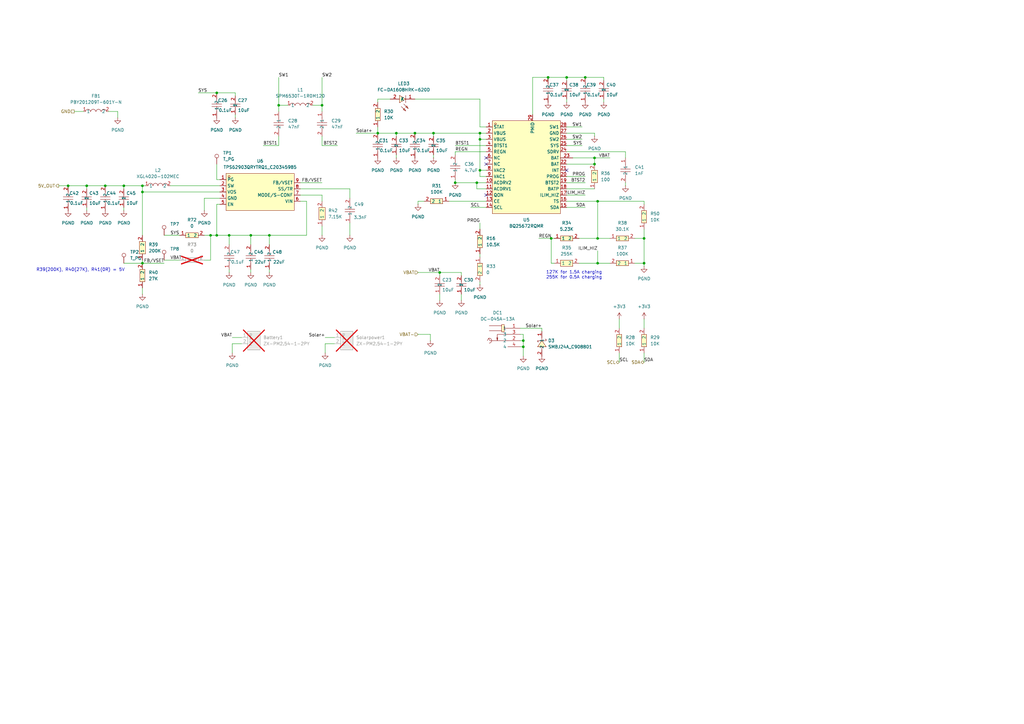
<source format=kicad_sch>
(kicad_sch (version 20250114) (generator "eeschema") (generator_version "9.0")
  (paper "A3")
  (title_block (title "Open Air Max") (date "2025-03-05") (rev "3.2") (company "Airgradient") (comment 1 "CC-BY-SA"))
  (text "R39(200K), R40(27K), R41(0R) = 5V" (at 33.02 110.744 0) (effects (font (size 1.27 1.27))))
  (text "127K for 1.5A charging\n255K for 0.5A charging" (at 235.458 112.776 0) (effects (font (size 1.27 1.27))))
  (junction (at 35.56 76.2))
  (junction (at 132.08 43.18))
  (junction (at 243.84 67.31))
  (junction (at 93.98 96.52))
  (junction (at 214.63 142.24))
  (junction (at 154.94 54.61))
  (junction (at 162.56 54.61))
  (junction (at 177.8 54.61))
  (junction (at 226.06 97.79))
  (junction (at 88.9 96.52))
  (junction (at 88.9 38.1))
  (junction (at 214.63 139.7))
  (junction (at 195.58 74.93))
  (junction (at 243.84 64.77))
  (junction (at 240.03 31.75))
  (junction (at 43.18 76.2))
  (junction (at 180.34 111.76))
  (junction (at 245.11 107.95))
  (junction (at 196.85 69.85))
  (junction (at 196.85 54.61))
  (junction (at 58.42 78.74))
  (junction (at 224.79 31.75))
  (junction (at 58.42 76.2))
  (junction (at 110.49 96.52))
  (junction (at 50.8 76.2))
  (junction (at 264.16 97.79))
  (junction (at 27.94 76.2))
  (junction (at 264.16 107.95))
  (junction (at 232.41 31.75))
  (junction (at 114.3 43.18))
  (junction (at 245.11 97.79))
  (junction (at 170.18 54.61))
  (junction (at 58.42 107.95))
  (junction (at 102.87 96.52))
  (junction (at 196.85 57.15))
  (junction (at 186.69 74.93))
  (junction (at 245.11 82.55))
  (junction (at 86.36 96.52))
  (no_connect (at 199.39 67.31))
  (no_connect (at 199.39 64.77))
  (no_connect (at 199.39 80.01))
  (no_connect (at 232.41 69.85))
  (wire (pts (xy 132.08 80.01) (xy 132.08 82.55)))
  (wire (pts (xy 50.8 107.95) (xy 58.42 107.95)))
  (wire (pts (xy 196.85 115.57) (xy 196.85 116.84)))
  (wire (pts (xy 237.49 107.95) (xy 245.11 107.95)))
  (wire (pts (xy 232.41 72.39) (xy 240.03 72.39)))
  (wire (pts (xy 232.41 31.75) (xy 240.03 31.75)))
  (wire (pts (xy 214.63 137.16) (xy 214.63 139.7)))
  (wire (pts (xy 199.39 77.47) (xy 195.58 77.47)))
  (wire (pts (xy 176.53 137.16) (xy 176.53 139.7)))
  (wire (pts (xy 58.42 106.68) (xy 58.42 107.95)))
  (wire (pts (xy 186.69 59.69) (xy 199.39 59.69)))
  (wire (pts (xy 58.42 76.2) (xy 50.8 76.2)))
  (wire (pts (xy 81.28 38.1) (xy 88.9 38.1)))
  (wire (pts (xy 186.69 73.66) (xy 186.69 74.93)))
  (wire (pts (xy 232.41 85.09) (xy 240.03 85.09)))
  (wire (pts (xy 50.8 85.09) (xy 50.8 86.36)))
  (wire (pts (xy 133.35 140.97) (xy 133.35 144.78)))
  (wire (pts (xy 58.42 78.74) (xy 90.17 78.74)))
  (wire (pts (xy 133.35 138.43) (xy 137.16 138.43)))
  (wire (pts (xy 24.13 76.2) (xy 27.94 76.2)))
  (wire (pts (xy 69.85 76.2) (xy 90.17 76.2)))
  (wire (pts (xy 27.94 76.2) (xy 27.94 77.47)))
  (wire (pts (xy 213.36 139.7) (xy 214.63 139.7)))
  (wire (pts (xy 43.18 76.2) (xy 50.8 76.2)))
  (wire (pts (xy 218.44 46.99) (xy 218.44 31.75)))
  (wire (pts (xy 143.51 91.44) (xy 143.51 96.52)))
  (wire (pts (xy 93.98 96.52) (xy 93.98 100.33)))
  (wire (pts (xy 196.85 91.44) (xy 196.85 93.98)))
  (wire (pts (xy 154.94 41.91) (xy 154.94 40.64)))
  (wire (pts (xy 137.16 140.97) (xy 133.35 140.97)))
  (wire (pts (xy 243.84 67.31) (xy 243.84 64.77)))
  (wire (pts (xy 132.08 43.18) (xy 132.08 31.75)))
  (wire (pts (xy 177.8 63.5) (xy 177.8 64.77)))
  (wire (pts (xy 213.36 134.62) (xy 222.25 134.62)))
  (wire (pts (xy 226.06 107.95) (xy 227.33 107.95)))
  (wire (pts (xy 195.58 74.93) (xy 195.58 77.47)))
  (wire (pts (xy 226.06 97.79) (xy 226.06 107.95)))
  (wire (pts (xy 186.69 62.23) (xy 199.39 62.23)))
  (wire (pts (xy 83.82 81.28) (xy 90.17 81.28)))
  (wire (pts (xy 227.33 97.79) (xy 226.06 97.79)))
  (wire (pts (xy 83.82 106.68) (xy 86.36 106.68)))
  (wire (pts (xy 195.58 74.93) (xy 199.39 74.93)))
  (wire (pts (xy 264.16 93.98) (xy 264.16 97.79)))
  (wire (pts (xy 264.16 83.82) (xy 264.16 82.55)))
  (wire (pts (xy 245.11 82.55) (xy 264.16 82.55)))
  (wire (pts (xy 107.95 59.69) (xy 114.3 59.69)))
  (wire (pts (xy 243.84 54.61) (xy 243.84 55.88)))
  (wire (pts (xy 132.08 43.18) (xy 132.08 45.72)))
  (wire (pts (xy 93.98 110.49) (xy 93.98 111.76)))
  (wire (pts (xy 232.41 67.31) (xy 243.84 67.31)))
  (wire (pts (xy 83.82 86.36) (xy 83.82 81.28)))
  (wire (pts (xy 102.87 110.49) (xy 102.87 111.76)))
  (wire (pts (xy 214.63 139.7) (xy 214.63 142.24)))
  (wire (pts (xy 132.08 92.71) (xy 132.08 96.52)))
  (wire (pts (xy 256.54 74.93) (xy 256.54 76.2)))
  (wire (pts (xy 180.34 111.76) (xy 180.34 113.03)))
  (wire (pts (xy 162.56 54.61) (xy 170.18 54.61)))
  (wire (pts (xy 86.36 106.68) (xy 86.36 96.52)))
  (wire (pts (xy 88.9 96.52) (xy 93.98 96.52)))
  (wire (pts (xy 196.85 54.61) (xy 196.85 57.15)))
  (wire (pts (xy 48.26 45.72) (xy 44.45 45.72)))
  (wire (pts (xy 256.54 62.23) (xy 232.41 62.23)))
  (wire (pts (xy 96.52 46.99) (xy 96.52 48.26)))
  (wire (pts (xy 99.06 140.97) (xy 95.25 140.97)))
  (wire (pts (xy 220.98 97.79) (xy 226.06 97.79)))
  (wire (pts (xy 88.9 83.82) (xy 88.9 96.52)))
  (wire (pts (xy 102.87 96.52) (xy 102.87 100.33)))
  (wire (pts (xy 177.8 54.61) (xy 177.8 55.88)))
  (wire (pts (xy 232.41 74.93) (xy 240.03 74.93)))
  (wire (pts (xy 171.45 82.55) (xy 173.99 82.55)))
  (wire (pts (xy 110.49 110.49) (xy 110.49 111.76)))
  (wire (pts (xy 123.19 80.01) (xy 132.08 80.01)))
  (wire (pts (xy 67.31 106.68) (xy 73.66 106.68)))
  (wire (pts (xy 59.69 76.2) (xy 58.42 76.2)))
  (wire (pts (xy 27.94 76.2) (xy 35.56 76.2)))
  (wire (pts (xy 58.42 118.11) (xy 58.42 120.65)))
  (wire (pts (xy 199.39 72.39) (xy 196.85 72.39)))
  (wire (pts (xy 214.63 142.24) (xy 214.63 146.05)))
  (wire (pts (xy 143.51 77.47) (xy 143.51 81.28)))
  (wire (pts (xy 232.41 82.55) (xy 245.11 82.55)))
  (wire (pts (xy 154.94 54.61) (xy 162.56 54.61)))
  (wire (pts (xy 256.54 64.77) (xy 256.54 62.23)))
  (wire (pts (xy 162.56 54.61) (xy 162.56 55.88)))
  (wire (pts (xy 171.45 137.16) (xy 176.53 137.16)))
  (wire (pts (xy 154.94 52.07) (xy 154.94 54.61)))
  (wire (pts (xy 232.41 31.75) (xy 232.41 33.02)))
  (wire (pts (xy 196.85 104.14) (xy 196.85 105.41)))
  (wire (pts (xy 123.19 77.47) (xy 143.51 77.47)))
  (wire (pts (xy 189.23 120.65) (xy 189.23 123.19)))
  (wire (pts (xy 114.3 43.18) (xy 118.11 43.18)))
  (wire (pts (xy 232.41 40.64) (xy 232.41 41.91)))
  (wire (pts (xy 96.52 39.37) (xy 96.52 38.1)))
  (wire (pts (xy 48.26 48.26) (xy 48.26 45.72)))
  (wire (pts (xy 186.69 74.93) (xy 195.58 74.93)))
  (wire (pts (xy 83.82 96.52) (xy 86.36 96.52)))
  (wire (pts (xy 123.19 82.55) (xy 125.73 82.55)))
  (wire (pts (xy 162.56 63.5) (xy 162.56 64.77)))
  (wire (pts (xy 232.41 57.15) (xy 238.76 57.15)))
  (wire (pts (xy 180.34 120.65) (xy 180.34 123.19)))
  (wire (pts (xy 222.25 134.62) (xy 222.25 135.89)))
  (wire (pts (xy 224.79 31.75) (xy 224.79 33.02)))
  (wire (pts (xy 114.3 43.18) (xy 114.3 45.72)))
  (wire (pts (xy 125.73 96.52) (xy 125.73 82.55)))
  (wire (pts (xy 88.9 67.31) (xy 88.9 73.66)))
  (wire (pts (xy 171.45 111.76) (xy 180.34 111.76)))
  (wire (pts (xy 35.56 76.2) (xy 35.56 77.47)))
  (wire (pts (xy 232.41 54.61) (xy 243.84 54.61)))
  (wire (pts (xy 245.11 82.55) (xy 245.11 97.79)))
  (wire (pts (xy 240.03 31.75) (xy 247.65 31.75)))
  (wire (pts (xy 186.69 63.5) (xy 186.69 62.23)))
  (wire (pts (xy 110.49 100.33) (xy 110.49 96.52)))
  (wire (pts (xy 184.15 82.55) (xy 199.39 82.55)))
  (wire (pts (xy 193.04 85.09) (xy 199.39 85.09)))
  (wire (pts (xy 260.35 107.95) (xy 264.16 107.95)))
  (wire (pts (xy 90.17 73.66) (xy 88.9 73.66)))
  (wire (pts (xy 264.16 144.78) (xy 264.16 148.59)))
  (wire (pts (xy 58.42 78.74) (xy 58.42 96.52)))
  (wire (pts (xy 232.41 80.01) (xy 240.03 80.01)))
  (wire (pts (xy 199.39 57.15) (xy 196.85 57.15)))
  (wire (pts (xy 146.05 54.61) (xy 154.94 54.61)))
  (wire (pts (xy 213.36 142.24) (xy 214.63 142.24)))
  (wire (pts (xy 86.36 96.52) (xy 88.9 96.52)))
  (wire (pts (xy 264.16 97.79) (xy 264.16 107.95)))
  (wire (pts (xy 243.84 64.77) (xy 250.19 64.77)))
  (wire (pts (xy 232.41 59.69) (xy 238.76 59.69)))
  (wire (pts (xy 213.36 137.16) (xy 214.63 137.16)))
  (wire (pts (xy 180.34 111.76) (xy 189.23 111.76)))
  (wire (pts (xy 196.85 57.15) (xy 196.85 69.85)))
  (wire (pts (xy 224.79 31.75) (xy 232.41 31.75)))
  (wire (pts (xy 110.49 96.52) (xy 102.87 96.52)))
  (wire (pts (xy 58.42 76.2) (xy 58.42 78.74)))
  (wire (pts (xy 35.56 85.09) (xy 35.56 86.36)))
  (wire (pts (xy 114.3 31.75) (xy 114.3 43.18)))
  (wire (pts (xy 170.18 40.64) (xy 196.85 40.64)))
  (wire (pts (xy 88.9 38.1) (xy 96.52 38.1)))
  (wire (pts (xy 95.25 138.43) (xy 99.06 138.43)))
  (wire (pts (xy 58.42 107.95) (xy 67.31 107.95)))
  (wire (pts (xy 67.31 96.52) (xy 73.66 96.52)))
  (wire (pts (xy 196.85 72.39) (xy 196.85 69.85)))
  (wire (pts (xy 234.95 64.77) (xy 243.84 64.77)))
  (wire (pts (xy 264.16 130.81) (xy 264.16 134.62)))
  (wire (pts (xy 88.9 83.82) (xy 90.17 83.82)))
  (wire (pts (xy 196.85 40.64) (xy 196.85 52.07)))
  (wire (pts (xy 95.25 140.97) (xy 95.25 144.78)))
  (wire (pts (xy 123.19 74.93) (xy 132.08 74.93)))
  (wire (pts (xy 218.44 31.75) (xy 224.79 31.75)))
  (wire (pts (xy 232.41 52.07) (xy 238.76 52.07)))
  (wire (pts (xy 93.98 96.52) (xy 102.87 96.52)))
  (wire (pts (xy 154.94 54.61) (xy 154.94 55.88)))
  (wire (pts (xy 247.65 40.64) (xy 247.65 41.91)))
  (wire (pts (xy 132.08 55.88) (xy 132.08 59.69)))
  (wire (pts (xy 114.3 55.88) (xy 114.3 59.69)))
  (wire (pts (xy 189.23 111.76) (xy 189.23 113.03)))
  (wire (pts (xy 154.94 40.64) (xy 160.02 40.64)))
  (wire (pts (xy 196.85 52.07) (xy 199.39 52.07)))
  (wire (pts (xy 264.16 107.95) (xy 264.16 109.22)))
  (wire (pts (xy 171.45 83.82) (xy 171.45 82.55)))
  (wire (pts (xy 254 130.81) (xy 254 134.62)))
  (wire (pts (xy 254 144.78) (xy 254 148.59)))
  (wire (pts (xy 35.56 76.2) (xy 43.18 76.2)))
  (wire (pts (xy 237.49 97.79) (xy 245.11 97.79)))
  (wire (pts (xy 199.39 69.85) (xy 196.85 69.85)))
  (wire (pts (xy 110.49 96.52) (xy 125.73 96.52)))
  (wire (pts (xy 232.41 77.47) (xy 243.84 77.47)))
  (wire (pts (xy 245.11 102.87) (xy 245.11 107.95)))
  (wire (pts (xy 245.11 107.95) (xy 250.19 107.95)))
  (wire (pts (xy 170.18 54.61) (xy 177.8 54.61)))
  (wire (pts (xy 199.39 54.61) (xy 196.85 54.61)))
  (wire (pts (xy 50.8 76.2) (xy 50.8 77.47)))
  (wire (pts (xy 177.8 54.61) (xy 196.85 54.61)))
  (wire (pts (xy 247.65 31.75) (xy 247.65 33.02)))
  (wire (pts (xy 138.43 59.69) (xy 132.08 59.69)))
  (wire (pts (xy 245.11 97.79) (xy 250.19 97.79)))
  (wire (pts (xy 30.48 45.72) (xy 34.29 45.72)))
  (wire (pts (xy 260.35 97.79) (xy 264.16 97.79)))
  (wire (pts (xy 128.27 43.18) (xy 132.08 43.18)))
  (label "BTST1" (at 107.95 59.69 0))
  (label "Solar+" (at 222.25 134.62 180))
  (label "SW1" (at 114.3 31.75 0))
  (label "ILIM_HIZ" (at 240.03 80.01 180))
  (label "BTST1" (at 186.69 59.69 0))
  (label "SDA" (at 240.03 85.09 180))
  (label "SW2" (at 132.08 31.75 0))
  (label "SYS" (at 81.28 38.1 0))
  (label "Solar+" (at 146.05 54.61 0))
  (label "VBAT" (at 250.19 64.77 180))
  (label "VBAT" (at 69.85 106.68 0))
  (label "BTST2" (at 240.03 74.93 180))
  (label "PROG" (at 240.03 72.39 180))
  (label "VBAT" (at 95.25 138.43 180))
  (label "SCL" (at 254 148.59 0))
  (label "SCL" (at 193.04 85.09 0))
  (label "ILIM_HIZ" (at 245.11 102.87 180))
  (label "VBAT" (at 180.34 111.76 180))
  (label "SDA" (at 264.16 148.59 0))
  (label "FB{slash}VSET" (at 132.08 74.93 180))
  (label "SW1" (at 238.76 52.07 180))
  (label "BTST2" (at 138.43 59.69 180))
  (label "REGN" (at 220.98 97.79 0))
  (label "PROG" (at 196.85 91.44 180))
  (label "FB{slash}VSET" (at 67.31 107.95 180))
  (label "Solar+" (at 133.35 138.43 180))
  (label "SYS" (at 238.76 59.69 180))
  (label "SW2" (at 238.76 57.15 180))
  (label "SYS" (at 69.85 96.52 0))
  (label "REGN" (at 186.69 62.23 0))
  (hierarchical_label "GND" (shape passive) (at 30.48 45.72 180))
  (hierarchical_label "5V_OUT" (shape output) (at 24.13 76.2 180))
  (hierarchical_label "VBAT" (shape input) (at 171.45 111.76 180))
  (hierarchical_label "VBAT-" (shape input) (at 171.45 137.16 180))
  (hierarchical_label "SCL" (shape bidirectional) (at 254 148.59 180))
  (hierarchical_label "SDA" (shape bidirectional) (at 264.16 148.59 180))
  (symbol (lib_id "easyeda2kicad:RC0603FR-0727KL") (at 58.42 113.03 90) (unit 1)
    (property "Reference" "R40" (at 60.96 111.7599 90) (effects (justify right)))
    (property "Value" "27K" (at 60.96 114.2999 90) (effects (justify right)))
    (property "Footprint" "easyeda2kicad:R0603" (effects (hide yes)))
    (property "Datasheet" "https://lcsc.com/product-detail/Chip-Resistor-Surface-Mount_27KR-2702-1_C114614.html" (effects (hide yes)))
    (property "LCSC Part" "C114614" (effects (hide yes)))
  )
  (symbol (lib_id "easyeda2kicad:CC1206KKX7R7BB106") (at 96.52 43.18 90) (unit 1)
    (property "Reference" "C27" (at 97.536 41.148 90) (effects (justify right)))
    (property "Value" "10uF" (at 97.536 45.212 90) (effects (justify right)))
    (property "Footprint" "easyeda2kicad:C1206" (effects (hide yes)))
    (property "Datasheet" "https://lcsc.com/product-detail/Multilayer-Ceramic-Capacitors-MLCC-SMD-SMT_10uF-106-10-16V_C109464.html" (effects (hide yes)))
    (property "LCSC Part" "C109464" (effects (hide yes)))
  )
  (symbol (lib_id "power:GND") (at 27.94 86.36 0) (unit 1)
    (property "Reference" "#PWR091" (effects (hide yes)))
    (property "Value" "PGND" (at 27.94 91.44 0))
    (property "Description" "Power symbol creates a global label with name \"GND\" , ground" (effects (hide yes)))
  )
  (symbol (lib_id "Connector:TestPoint") (at 67.31 106.68 0) (unit 1)
    (property "Reference" "TP8" (at 69.85 102.1079 0) (effects (justify left)))
    (property "Value" "T_PG" (effects (hide yes)))
    (property "Footprint" "TestPoint:TestPoint_Pad_D1.5mm" (effects (hide yes)))
    (property "Description" "test point" (effects (hide yes)))
  )
  (symbol (lib_id "easyeda2kicad:TPS62903QRYTRQ1_C20345985") (at 107.95 80.01 0) (unit 1)
    (property "Reference" "U6" (at 106.68 66.04 0))
    (property "Value" "TPS62903QRYTRQ1_C20345985" (at 106.68 68.58 0))
    (property "Footprint" "easyeda2kicad:VQFNHR-9_L2.2-W2.0_TPS62993QRYTRQ1" (effects (hide yes)))
    (property "LCSC Part" "C20345985" (effects (hide yes)))
  )
  (symbol (lib_id "power:GND") (at 176.53 139.7 0) (unit 1)
    (property "Reference" "#PWR066" (effects (hide yes)))
    (property "Value" "PGND" (at 176.53 144.78 0))
    (property "Description" "Power symbol creates a global label with name \"GND\" , ground" (effects (hide yes)))
  )
  (symbol (lib_id "power:GND") (at 240.03 41.91 0) (unit 1)
    (property "Reference" "#PWR084" (effects (hide yes)))
    (property "Value" "PGND" (at 240.03 46.99 0))
    (property "Description" "Power symbol creates a global label with name \"GND\" , ground" (effects (hide yes)))
  )
  (symbol (lib_id "easyeda2kicad:CL05B104KO5NNNC") (at 27.94 81.28 90) (unit 1)
    (property "Reference" "C42" (at 28.448 79.248 90) (effects (justify right)))
    (property "Value" "0.1uF" (at 28.702 83.312 90) (effects (justify right)))
    (property "Footprint" "easyeda2kicad:C0402" (effects (hide yes)))
    (property "Datasheet" "https://lcsc.com/product-detail/Multilayer-Ceramic-Capacitors-MLCC-SMD-SMT_SAMSUNG_CL05B104KO5NNNC_100nF-104-10-16V_C1525.html" (effects (hide yes)))
    (property "LCSC Part" "C1525" (effects (hide yes)))
  )
  (symbol (lib_id "easyeda2kicad:RC0402FR-0710KL") (at 264.16 139.7 90) (unit 1)
    (property "Reference" "R29" (at 266.7 138.4299 90) (effects (justify right)))
    (property "Value" "10K" (at 266.7 140.9699 90) (effects (justify right)))
    (property "Footprint" "easyeda2kicad:R0402" (effects (hide yes)))
    (property "Datasheet" "https://lcsc.com/product-detail/Chip-Resistor-Surface-Mount_10KR-1002-1_C60490.html" (effects (hide yes)))
    (property "LCSC Part" "C60490" (effects (hide yes)))
  )
  (symbol (lib_id "power:GND") (at 232.41 41.91 0) (unit 1)
    (property "Reference" "#PWR083" (effects (hide yes)))
    (property "Value" "PGND" (at 232.41 46.99 0))
    (property "Description" "Power symbol creates a global label with name \"GND\" , ground" (effects (hide yes)))
  )
  (symbol (lib_id "easyeda2kicad:XGL4020-102MEC") (at 64.77 76.2 0) (unit 1)
    (property "Reference" "L2" (at 64.77 69.85 0))
    (property "Value" "XGL4020-102MEC" (at 64.77 72.39 0))
    (property "Footprint" "easyeda2kicad:IND-SMD_L4.0-W4.0_XAL4030-332MEC" (effects (hide yes)))
    (property "LCSC Part" "C5357696" (effects (hide yes)))
  )
  (symbol (lib_id "easyeda2kicad:RC0402FR-7W100RL") (at 243.84 72.39 90) (unit 1)
    (property "Reference" "R36" (at 246.38 71.1199 90) (effects (justify right)))
    (property "Value" "100" (at 246.38 73.6599 90) (effects (justify right)))
    (property "Footprint" "easyeda2kicad:R0402" (effects (hide yes)))
    (property "Datasheet" "https://lcsc.com/product-detail/Chip-Resistor-Surface-Mount_YAGEO-RC0402FR-7W100RL_C606168.html" (effects (hide yes)))
    (property "LCSC Part" "C606168" (effects (hide yes)))
  )
  (symbol (lib_id "easyeda2kicad:RT0603BRD077K15L") (at 132.08 87.63 90) (unit 1)
    (property "Reference" "R42" (at 134.62 86.3599 90) (effects (justify right)))
    (property "Value" "7.15K" (at 134.62 88.8999 90) (effects (justify right)))
    (property "Footprint" "easyeda2kicad:R0603" (effects (hide yes)))
    (property "LCSC Part" "C861562" (effects (hide yes)))
  )
  (symbol (lib_id "easyeda2kicad:RC0603FR-07255KL_C295887") (at 232.41 107.95 0) (unit 1)
    (property "Reference" "R35" (at 232.41 101.6 0))
    (property "Value" "255K" (at 232.41 104.14 0))
    (property "Footprint" "easyeda2kicad:R0603" (effects (hide yes)))
    (property "Datasheet" "https://lcsc.com/product-detail/Chip-Resistor-Surface-Mount_YAGEO-RC0603FR-07255KL_C295887.html" (effects (hide yes)))
    (property "LCSC Part" "C295887" (effects (hide yes)))
  )
  (symbol (lib_id "easyeda2kicad:CL05B104KO5NNNC") (at 93.98 105.41 90) (unit 1)
    (property "Reference" "C47" (at 94.488 103.378 90) (effects (justify right)))
    (property "Value" "0.1uF" (at 94.742 107.442 90) (effects (justify right)))
    (property "Footprint" "easyeda2kicad:C0402" (effects (hide yes)))
    (property "Datasheet" "https://lcsc.com/product-detail/Multilayer-Ceramic-Capacitors-MLCC-SMD-SMT_SAMSUNG_CL05B104KO5NNNC_100nF-104-10-16V_C1525.html" (effects (hide yes)))
    (property "LCSC Part" "C1525" (effects (hide yes)))
  )
  (symbol (lib_id "easyeda2kicad:GRM21BZ71A226ME15L") (at 102.87 105.41 90) (unit 1)
    (property "Reference" "C46" (at 104.14 103.378 90) (effects (justify right)))
    (property "Value" "22uF" (at 104.394 107.442 90) (effects (justify right)))
    (property "Footprint" "easyeda2kicad:C0805" (effects (hide yes)))
    (property "LCSC Part" "C907991" (effects (hide yes)))
  )
  (symbol (lib_id "easyeda2kicad:SPM6530T-1R0M120") (at 123.19 43.18 0) (unit 1)
    (property "Reference" "L1" (at 123.19 36.83 0))
    (property "Value" "SPM6530T-1R0M120" (at 123.19 39.37 0))
    (property "Footprint" "easyeda2kicad:IND-SMD_L7.1-W6.5-P5.60" (effects (hide yes)))
    (property "Datasheet" "https://lcsc.com/product-detail/Power-Inductors_TDK_SPM6530T-1R0M120_1-0uH-20_C87572.html" (effects (hide yes)))
    (property "LCSC Part" "C87572" (effects (hide yes)))
  )
  (symbol (lib_id "easyeda2kicad:CC1206KKX7R7BB106") (at 35.56 81.28 90) (unit 1)
    (property "Reference" "C43" (at 36.576 79.248 90) (effects (justify right)))
    (property "Value" "10uF" (at 36.576 83.312 90) (effects (justify right)))
    (property "Footprint" "easyeda2kicad:C1206" (effects (hide yes)))
    (property "Datasheet" "https://lcsc.com/product-detail/Multilayer-Ceramic-Capacitors-MLCC-SMD-SMT_10uF-106-10-16V_C109464.html" (effects (hide yes)))
    (property "LCSC Part" "C109464" (effects (hide yes)))
  )
  (symbol (lib_id "Connector:TestPoint") (at 50.8 107.95 0) (unit 1)
    (property "Reference" "TP2" (at 53.34 103.3779 0) (effects (justify left)))
    (property "Value" "T_PG" (at 53.34 105.9179 0) (effects (justify left)))
    (property "Footprint" "TestPoint:TestPoint_Pad_D1.5mm" (effects (hide yes)))
    (property "Description" "test point" (effects (hide yes)))
  )
  (symbol (lib_id "easyeda2kicad:RC0402FR-7W200KL") (at 58.42 101.6 90) (unit 1)
    (property "Reference" "R39" (at 60.96 100.3299 90) (effects (justify right)))
    (property "Value" "200K" (at 60.96 102.8699 90) (effects (justify right)))
    (property "Footprint" "easyeda2kicad:R0402" (effects (hide yes)))
    (property "Datasheet" "https://lcsc.com/product-detail/Chip-Resistor-Surface-Mount_YAGEO-RC0402FR-7W200KL_C606170.html" (effects (hide yes)))
    (property "LCSC Part" "C606170" (effects (hide yes)))
  )
  (symbol (lib_id "easyeda2kicad:GRM21BZ71A226ME15L") (at 110.49 105.41 90) (unit 1)
    (property "Reference" "C48" (at 111.76 103.378 90) (effects (justify right)))
    (property "Value" "22uF" (at 112.014 107.442 90) (effects (justify right)))
    (property "Footprint" "easyeda2kicad:C0805" (effects (hide yes)))
    (property "LCSC Part" "C907991" (effects (hide yes)))
  )
  (symbol (lib_id "easyeda2kicad:CC1206KKX7R7BB106") (at 50.8 81.28 90) (unit 1)
    (property "Reference" "C45" (at 51.816 79.248 90) (effects (justify right)))
    (property "Value" "10uF" (at 51.816 83.312 90) (effects (justify right)))
    (property "Footprint" "easyeda2kicad:C1206" (effects (hide yes)))
    (property "Datasheet" "https://lcsc.com/product-detail/Multilayer-Ceramic-Capacitors-MLCC-SMD-SMT_10uF-106-10-16V_C109464.html" (effects (hide yes)))
    (property "LCSC Part" "C109464" (effects (hide yes)))
  )
  (symbol (lib_id "easyeda2kicad:CL05B104KO5NNNC") (at 43.18 81.28 90) (unit 1)
    (property "Reference" "C44" (at 43.688 79.248 90) (effects (justify right)))
    (property "Value" "0.1uF" (at 43.942 83.312 90) (effects (justify right)))
    (property "Footprint" "easyeda2kicad:C0402" (effects (hide yes)))
    (property "Datasheet" "https://lcsc.com/product-detail/Multilayer-Ceramic-Capacitors-MLCC-SMD-SMT_SAMSUNG_CL05B104KO5NNNC_100nF-104-10-16V_C1525.html" (effects (hide yes)))
    (property "LCSC Part" "C1525" (effects (hide yes)))
  )
  (symbol (lib_id "easyeda2kicad:BQ25672RQMR") (at 215.9 68.58 0) (unit 1)
    (property "Reference" "U5" (at 215.9 90.17 0))
    (property "Value" "BQ25672RQMR" (at 215.9 92.71 0))
    (property "Footprint" "easyeda2kicad:VQFN-29_L4.0-W4.0-P0.40-BL" (effects (hide yes)))
    (property "LCSC Part" "C3682029" (effects (hide yes)))
  )
  (symbol (lib_id "power:GND") (at 243.84 55.88 0) (unit 1)
    (property "Reference" "#PWR085" (effects (hide yes)))
    (property "Value" "PGND" (at 243.84 60.96 0))
    (property "Description" "Power symbol creates a global label with name \"GND\" , ground" (effects (hide yes)))
  )
  (symbol (lib_id "easyeda2kicad:RC0402FR-07100KL") (at 255.27 107.95 180) (unit 1)
    (property "Reference" "R37" (at 255.27 101.6 0))
    (property "Value" "100K" (at 255.27 104.14 0))
    (property "Footprint" "easyeda2kicad:R0402" (effects (hide yes)))
    (property "Datasheet" "https://lcsc.com/product-detail/Chip-Resistor-Surface-Mount_100KR-1003-1_C60491.html" (effects (hide yes)))
    (property "LCSC Part" "C60491" (effects (hide yes)))
  )
  (symbol (lib_id "power:GND") (at 96.52 48.26 0) (unit 1)
    (property "Reference" "#PWR069" (effects (hide yes)))
    (property "Value" "PGND" (at 96.52 53.34 0))
    (property "Description" "Power symbol creates a global label with name \"GND\" , ground" (effects (hide yes)))
  )
  (symbol (lib_id "power:GND") (at 162.56 64.77 0) (unit 1)
    (property "Reference" "#PWR076" (effects (hide yes)))
    (property "Value" "PGND" (at 162.56 69.85 0))
    (property "Description" "Power symbol creates a global label with name \"GND\" , ground" (effects (hide yes)))
  )
  (symbol (lib_id "power:GND") (at 132.08 96.52 0) (unit 1)
    (property "Reference" "#PWR0100" (effects (hide yes)))
    (property "Value" "PGND" (at 132.08 101.6 0))
    (property "Description" "Power symbol creates a global label with name \"GND\" , ground" (effects (hide yes)))
  )
  (symbol (lib_id "power:+3V3") (at 264.16 130.81 0) (unit 1)
    (property "Reference" "#PWR072" (effects (hide yes)))
    (property "Value" "+3V3" (at 264.16 125.73 0))
    (property "Description" "Power symbol creates a global label with name \"+3V3\"" (effects (hide yes)))
  )
  (symbol (lib_id "easyeda2kicad:CL05B104KO5NNNC") (at 224.79 36.83 90) (unit 1)
    (property "Reference" "C37" (at 225.298 34.798 90) (effects (justify right)))
    (property "Value" "0.1uF" (at 225.552 38.862 90) (effects (justify right)))
    (property "Footprint" "easyeda2kicad:C0402" (effects (hide yes)))
    (property "Datasheet" "https://lcsc.com/product-detail/Multilayer-Ceramic-Capacitors-MLCC-SMD-SMT_SAMSUNG_CL05B104KO5NNNC_100nF-104-10-16V_C1525.html" (effects (hide yes)))
    (property "LCSC Part" "C1525" (effects (hide yes)))
  )
  (symbol (lib_id "power:GND") (at 224.79 41.91 0) (unit 1)
    (property "Reference" "#PWR082" (effects (hide yes)))
    (property "Value" "PGND" (at 224.79 46.99 0))
    (property "Description" "Power symbol creates a global label with name \"GND\" , ground" (effects (hide yes)))
  )
  (symbol (lib_id "power:GND") (at 48.26 48.26 0) (unit 1)
    (property "Reference" "#PWR090" (effects (hide yes)))
    (property "Value" "PGND" (at 48.26 53.34 0))
    (property "Description" "Power symbol creates a global label with name \"GND\" , ground" (effects (hide yes)))
  )
  (symbol (lib_id "easyeda2kicad:RC0603FR-0730K1L") (at 255.27 97.79 0) (unit 1)
    (property "Reference" "R38" (at 255.27 91.44 0))
    (property "Value" "30.1K" (at 255.27 93.98 0))
    (property "Footprint" "easyeda2kicad:R0603" (effects (hide yes)))
    (property "Datasheet" "https://lcsc.com/product-detail/_RC0603FR-0730K1L_C137745.html" (effects (hide yes)))
    (property "LCSC Part" "C137745" (effects (hide yes)))
  )
  (symbol (lib_id "easyeda2kicad:RC0603FR-070RL") (at 78.74 96.52 0) (unit 1)
    (property "Reference" "R72" (at 78.74 90.17 0))
    (property "Value" "0" (at 78.74 92.71 0))
    (property "Footprint" "easyeda2kicad:R0603" (effects (hide yes)))
    (property "Datasheet" "https://lcsc.com/product-detail/Chip-Resistor-Surface-Mount_0R-0R-1_C100044.html" (effects (hide yes)))
    (property "LCSC Part" "C100044" (effects (hide yes)))
  )
  (symbol (lib_id "power:GND") (at 264.16 109.22 0) (unit 1)
    (property "Reference" "#PWR088" (effects (hide yes)))
    (property "Value" "PGND" (at 264.16 114.3 0))
    (property "Description" "Power symbol creates a global label with name \"GND\" , ground" (effects (hide yes)))
  )
  (symbol (lib_id "easyeda2kicad:CC1206KKX7R7BB106") (at 247.65 36.83 90) (unit 1)
    (property "Reference" "C40" (at 248.666 34.798 90) (effects (justify right)))
    (property "Value" "10uF" (at 248.666 38.862 90) (effects (justify right)))
    (property "Footprint" "easyeda2kicad:C1206" (effects (hide yes)))
    (property "Datasheet" "https://lcsc.com/product-detail/Multilayer-Ceramic-Capacitors-MLCC-SMD-SMT_10uF-106-10-16V_C109464.html" (effects (hide yes)))
    (property "LCSC Part" "C109464" (effects (hide yes)))
  )
  (symbol (lib_id "easyeda2kicad:RC0402FR-0710KL") (at 254 139.7 90) (unit 1)
    (property "Reference" "R28" (at 256.54 138.4299 90) (effects (justify right)))
    (property "Value" "10K" (at 256.54 140.9699 90) (effects (justify right)))
    (property "Footprint" "easyeda2kicad:R0402" (effects (hide yes)))
    (property "Datasheet" "https://lcsc.com/product-detail/Chip-Resistor-Surface-Mount_10KR-1002-1_C60490.html" (effects (hide yes)))
    (property "LCSC Part" "C60490" (effects (hide yes)))
  )
  (symbol (lib_id "easyeda2kicad:CL05B104KO5NNNC") (at 240.03 36.83 90) (unit 1)
    (property "Reference" "C39" (at 240.538 34.798 90) (effects (justify right)))
    (property "Value" "0.1uF" (at 240.792 38.862 90) (effects (justify right)))
    (property "Footprint" "easyeda2kicad:C0402" (effects (hide yes)))
    (property "Datasheet" "https://lcsc.com/product-detail/Multilayer-Ceramic-Capacitors-MLCC-SMD-SMT_SAMSUNG_CL05B104KO5NNNC_100nF-104-10-16V_C1525.html" (effects (hide yes)))
    (property "LCSC Part" "C1525" (effects (hide yes)))
  )
  (symbol (lib_id "power:GND") (at 154.94 64.77 0) (unit 1)
    (property "Reference" "#PWR074" (effects (hide yes)))
    (property "Value" "PGND" (at 154.94 69.85 0))
    (property "Description" "Power symbol creates a global label with name \"GND\" , ground" (effects (hide yes)))
  )
  (symbol (lib_id "power:GND") (at 214.63 146.05 0) (unit 1)
    (property "Reference" "#PWR070" (effects (hide yes)))
    (property "Value" "PGND" (at 214.63 151.13 0))
    (property "Description" "Power symbol creates a global label with name \"GND\" , ground" (effects (hide yes)))
  )
  (symbol (lib_id "easyeda2kicad:RC0402FR-0710KL") (at 154.94 46.99 90) (unit 1)
    (property "Reference" "R30" (at 157.48 45.7199 90) (effects (justify right)))
    (property "Value" "10K" (at 157.48 48.2599 90) (effects (justify right)))
    (property "Footprint" "easyeda2kicad:R0402" (effects (hide yes)))
    (property "Datasheet" "https://lcsc.com/product-detail/Chip-Resistor-Surface-Mount_10KR-1002-1_C60490.html" (effects (hide yes)))
    (property "LCSC Part" "C60490" (effects (hide yes)))
  )
  (symbol (lib_id "power:GND") (at 43.18 86.36 0) (unit 1)
    (property "Reference" "#PWR093" (effects (hide yes)))
    (property "Value" "PGND" (at 43.18 91.44 0))
    (property "Description" "Power symbol creates a global label with name \"GND\" , ground" (effects (hide yes)))
  )
  (symbol (lib_id "power:GND") (at 177.8 64.77 0) (unit 1)
    (property "Reference" "#PWR079" (effects (hide yes)))
    (property "Value" "PGND" (at 177.8 69.85 0))
    (property "Description" "Power symbol creates a global label with name \"GND\" , ground" (effects (hide yes)))
  )
  (symbol (lib_id "easyeda2kicad:CC0402KRX7R7BB102") (at 256.54 69.85 270) (unit 1)
    (property "Reference" "C41" (at 260.35 68.5799 90) (effects (justify left)))
    (property "Value" "1nF" (at 260.35 71.1199 90) (effects (justify left)))
    (property "Footprint" "easyeda2kicad:C0402" (effects (hide yes)))
    (property "Datasheet" "https://lcsc.com/product-detail/Multilayer-Ceramic-Capacitors-MLCC-SMD-SMT_1nF-102-10-16V_C189467.html" (effects (hide yes)))
    (property "LCSC Part" "C189467" (effects (hide yes)))
  )
  (symbol (lib_id "easyeda2kicad:CC1206KKX7R7BB106") (at 189.23 116.84 90) (unit 1)
    (property "Reference" "C30" (at 190.246 114.808 90) (effects (justify right)))
    (property "Value" "10uF" (at 190.246 118.872 90) (effects (justify right)))
    (property "Footprint" "easyeda2kicad:C1206" (effects (hide yes)))
    (property "Datasheet" "https://lcsc.com/product-detail/Multilayer-Ceramic-Capacitors-MLCC-SMD-SMT_10uF-106-10-16V_C109464.html" (effects (hide yes)))
    (property "LCSC Part" "C109464" (effects (hide yes)))
  )
  (symbol (lib_id "power:GND") (at 186.69 74.93 0) (unit 1)
    (property "Reference" "#PWR080" (effects (hide yes)))
    (property "Value" "PGND" (at 186.69 80.01 0))
    (property "Description" "Power symbol creates a global label with name \"GND\" , ground" (effects (hide yes)))
  )
  (symbol (lib_id "power:GND") (at 189.23 123.19 0) (unit 1)
    (property "Reference" "#PWR056" (effects (hide yes)))
    (property "Value" "PGND" (at 189.23 128.27 0))
    (property "Description" "Power symbol creates a global label with name \"GND\" , ground" (effects (hide yes)))
  )
  (symbol (lib_id "power:GND") (at 222.25 146.05 0) (unit 1)
    (property "Reference" "#PWR07" (effects (hide yes)))
    (property "Value" "PGND" (at 222.25 151.13 0))
    (property "Description" "Power symbol creates a global label with name \"GND\" , ground" (effects (hide yes)))
  )
  (symbol (lib_id "easyeda2kicad:RC0402FR-07100KL") (at 179.07 82.55 180) (unit 1)
    (property "Reference" "R31" (at 179.07 76.2 0))
    (property "Value" "100K" (at 179.07 78.74 0))
    (property "Footprint" "easyeda2kicad:R0402" (effects (hide yes)))
    (property "Datasheet" "https://lcsc.com/product-detail/Chip-Resistor-Surface-Mount_100KR-1003-1_C60491.html" (effects (hide yes)))
    (property "LCSC Part" "C60491" (effects (hide yes)))
  )
  (symbol (lib_id "power:GND") (at 170.18 64.77 0) (unit 1)
    (property "Reference" "#PWR077" (effects (hide yes)))
    (property "Value" "PGND" (at 170.18 69.85 0))
    (property "Description" "Power symbol creates a global label with name \"GND\" , ground" (effects (hide yes)))
  )
  (symbol (lib_id "Connector:TestPoint") (at 67.31 96.52 0) (unit 1)
    (property "Reference" "TP7" (at 69.85 91.9479 0) (effects (justify left)))
    (property "Value" "T_PG" (effects (hide yes)))
    (property "Footprint" "TestPoint:TestPoint_Pad_D1.5mm" (effects (hide yes)))
    (property "Description" "test point" (effects (hide yes)))
  )
  (symbol (lib_id "Connector:TestPoint") (at 88.9 67.31 0) (unit 1)
    (property "Reference" "TP1" (at 91.44 62.7379 0) (effects (justify left)))
    (property "Value" "T_PG" (at 91.44 65.2779 0) (effects (justify left)))
    (property "Footprint" "TestPoint:TestPoint_Pad_D1.5mm" (effects (hide yes)))
    (property "Description" "test point" (effects (hide yes)))
  )
  (symbol (lib_id "Library:ZX-PM2.54-1-2PY") (at 142.24 139.7 0) (unit 1) (dnp yes)
    (property "Reference" "Solarpower1" (at 146.05 138.4299 0) (effects (justify left)))
    (property "Value" "ZX-PM2.54-1-2PY" (at 146.05 140.9699 0) (effects (justify left)))
    (property "Footprint" "easyeda2kicad:HDR-TH_2P-P2.54-V-F" (effects (hide yes)))
    (property "LCSC Part" "C7499322" (effects (hide yes)))
  )
  (symbol (lib_id "easyeda2kicad:CL05B104KO5NNNC") (at 88.9 43.18 90) (unit 1)
    (property "Reference" "C26" (at 89.408 41.148 90) (effects (justify right)))
    (property "Value" "0.1uF" (at 89.662 45.212 90) (effects (justify right)))
    (property "Footprint" "easyeda2kicad:C0402" (effects (hide yes)))
    (property "Datasheet" "https://lcsc.com/product-detail/Multilayer-Ceramic-Capacitors-MLCC-SMD-SMT_SAMSUNG_CL05B104KO5NNNC_100nF-104-10-16V_C1525.html" (effects (hide yes)))
    (property "LCSC Part" "C1525" (effects (hide yes)))
  )
  (symbol (lib_id "power:GND") (at 143.51 96.52 0) (unit 1)
    (property "Reference" "#PWR0101" (effects (hide yes)))
    (property "Value" "PGND" (at 143.51 101.6 0))
    (property "Description" "Power symbol creates a global label with name \"GND\" , ground" (effects (hide yes)))
  )
  (symbol (lib_id "power:+3V3") (at 254 130.81 0) (unit 1)
    (property "Reference" "#PWR071" (effects (hide yes)))
    (property "Value" "+3V3" (at 254 125.73 0))
    (property "Description" "Power symbol creates a global label with name \"+3V3\"" (effects (hide yes)))
  )
  (symbol (lib_id "power:GND") (at 110.49 111.76 0) (unit 1)
    (property "Reference" "#PWR098" (effects (hide yes)))
    (property "Value" "PGND" (at 110.49 116.84 0))
    (property "Description" "Power symbol creates a global label with name \"GND\" , ground" (effects (hide yes)))
  )
  (symbol (lib_id "power:GND") (at 102.87 111.76 0) (unit 1)
    (property "Reference" "#PWR097" (effects (hide yes)))
    (property "Value" "PGND" (at 102.87 116.84 0))
    (property "Description" "Power symbol creates a global label with name \"GND\" , ground" (effects (hide yes)))
  )
  (symbol (lib_id "power:GND") (at 133.35 144.78 0) (unit 1)
    (property "Reference" "#PWR0134" (effects (hide yes)))
    (property "Value" "PGND" (at 133.35 149.86 0))
    (property "Description" "Power symbol creates a global label with name \"GND\" , ground" (effects (hide yes)))
  )
  (symbol (lib_id "easyeda2kicad:RC0603FR-070RL") (at 196.85 110.49 270) (unit 1)
    (property "Reference" "R33" (at 199.39 109.2199 90) (effects (justify left)))
    (property "Value" "0" (at 199.39 111.7599 90) (effects (justify left)))
    (property "Footprint" "easyeda2kicad:R0603" (effects (hide yes)))
    (property "Datasheet" "https://lcsc.com/product-detail/Chip-Resistor-Surface-Mount_0R-0R-1_C100044.html" (effects (hide yes)))
    (property "LCSC Part" "C100044" (effects (hide yes)))
  )
  (symbol (lib_id "easyeda2kicad-old:FC-DA1608HRK-620D") (at 165.1 40.64 180) (unit 1)
    (property "Reference" "LED3" (at 165.61 34.29 0))
    (property "Value" "FC-DA1608HRK-620D" (at 165.61 36.83 0))
    (property "Footprint" "easyeda2kicad:LED0603-RD_RED" (effects (hide yes)))
    (property "Datasheet" "https://lcsc.com/product-detail/Light-Emitting-Diodes-LED_Red-LED-SMDLED-80-100mcd_C84263.html" (effects (hide yes)))
    (property "LCSC Part" "C84263" (effects (hide yes)))
  )
  (symbol (lib_id "easyeda2kicad:CC0402KRX7R7BB332") (at 143.51 86.36 90) (unit 1)
    (property "Reference" "C49" (at 145.288 83.82 90) (effects (justify right)))
    (property "Value" "3.3nF" (at 145.034 89.154 90) (effects (justify right)))
    (property "Footprint" "easyeda2kicad:C0402" (effects (hide yes)))
    (property "Datasheet" "https://lcsc.com/product-detail/presales_YAGEO-CC0402KRX7R7BB332_C541378.html" (effects (hide yes)))
    (property "LCSC Part" "C541378" (effects (hide yes)))
  )
  (symbol (lib_id "easyeda2kicad:RC0603FR-075K23L") (at 232.41 97.79 0) (unit 1)
    (property "Reference" "R34" (at 232.41 91.44 0))
    (property "Value" "5.23K" (at 232.41 93.98 0))
    (property "Footprint" "easyeda2kicad:R0603" (effects (hide yes)))
    (property "Datasheet" "https://lcsc.com/product-detail/Chip-Resistor-Surface-Mount_5-23KR-5231-1_C185317.html" (effects (hide yes)))
    (property "LCSC Part" "C185317" (effects (hide yes)))
  )
  (symbol (lib_id "power:GND") (at 58.42 120.65 0) (unit 1)
    (property "Reference" "#PWR099" (effects (hide yes)))
    (property "Value" "PGND" (at 58.42 125.73 0))
    (property "Description" "Power symbol creates a global label with name \"GND\" , ground" (effects (hide yes)))
  )
  (symbol (lib_id "power:GND") (at 247.65 41.91 0) (unit 1)
    (property "Reference" "#PWR086" (effects (hide yes)))
    (property "Value" "PGND" (at 247.65 46.99 0))
    (property "Description" "Power symbol creates a global label with name \"GND\" , ground" (effects (hide yes)))
  )
  (symbol (lib_id "easyeda2kicad:CL05B104KO5NNNC") (at 154.94 59.69 90) (unit 1)
    (property "Reference" "C31" (at 155.448 57.658 90) (effects (justify right)))
    (property "Value" "0.1uF" (at 155.702 61.722 90) (effects (justify right)))
    (property "Footprint" "easyeda2kicad:C0402" (effects (hide yes)))
    (property "Datasheet" "https://lcsc.com/product-detail/Multilayer-Ceramic-Capacitors-MLCC-SMD-SMT_SAMSUNG_CL05B104KO5NNNC_100nF-104-10-16V_C1525.html" (effects (hide yes)))
    (property "LCSC Part" "C1525" (effects (hide yes)))
  )
  (symbol (lib_id "power:GND") (at 83.82 86.36 0) (unit 1)
    (property "Reference" "#PWR095" (effects (hide yes)))
    (property "Value" "PGND" (at 83.82 91.44 0))
    (property "Description" "Power symbol creates a global label with name \"GND\" , ground" (effects (hide yes)))
  )
  (symbol (lib_id "power:GND") (at 35.56 86.36 0) (unit 1)
    (property "Reference" "#PWR092" (effects (hide yes)))
    (property "Value" "PGND" (at 35.56 91.44 0))
    (property "Description" "Power symbol creates a global label with name \"GND\" , ground" (effects (hide yes)))
  )
  (symbol (lib_id "Library:ZX-PM2.54-1-2PY") (at 104.14 139.7 0) (unit 1) (dnp yes)
    (property "Reference" "Battery1" (at 107.95 138.4299 0) (effects (justify left)))
    (property "Value" "ZX-PM2.54-1-2PY" (at 107.95 140.9699 0) (effects (justify left)))
    (property "Footprint" "easyeda2kicad:HDR-TH_2P-P2.54-V-F" (effects (hide yes)))
    (property "LCSC Part" "C7499322" (effects (hide yes)))
  )
  (symbol (lib_id "easyeda2kicad:CC1206KKX7R7BB106") (at 232.41 36.83 90) (unit 1)
    (property "Reference" "C38" (at 233.426 34.798 90) (effects (justify right)))
    (property "Value" "10uF" (at 233.426 38.862 90) (effects (justify right)))
    (property "Footprint" "easyeda2kicad:C1206" (effects (hide yes)))
    (property "Datasheet" "https://lcsc.com/product-detail/Multilayer-Ceramic-Capacitors-MLCC-SMD-SMT_10uF-106-10-16V_C109464.html" (effects (hide yes)))
    (property "LCSC Part" "C109464" (effects (hide yes)))
  )
  (symbol (lib_id "power:GND") (at 88.9 48.26 0) (unit 1)
    (property "Reference" "#PWR068" (effects (hide yes)))
    (property "Value" "PGND" (at 88.9 53.34 0))
    (property "Description" "Power symbol creates a global label with name \"GND\" , ground" (effects (hide yes)))
  )
  (symbol (lib_id "easyeda2kicad:PBY201209T-601Y-N") (at 39.37 45.72 0) (unit 1)
    (property "Reference" "FB1" (at 39.37 39.37 0))
    (property "Value" "PBY201209T-601Y-N" (at 39.37 41.91 0))
    (property "Footprint" "easyeda2kicad:L0805" (effects (hide yes)))
    (property "Datasheet" "https://lcsc.com/product-detail/Ferrite-Beads-And-Chips_600R-25-at100MHz_C108304.html" (effects (hide yes)))
    (property "LCSC Part" "C108304" (effects (hide yes)))
  )
  (symbol (lib_id "power:GND") (at 50.8 86.36 0) (unit 1)
    (property "Reference" "#PWR094" (effects (hide yes)))
    (property "Value" "PGND" (at 50.8 91.44 0))
    (property "Description" "Power symbol creates a global label with name \"GND\" , ground" (effects (hide yes)))
  )
  (symbol (lib_id "easyeda2kicad:RC0603FR-0710K5L") (at 196.85 99.06 90) (unit 1)
    (property "Reference" "R16" (at 199.39 97.7899 90) (effects (justify right)))
    (property "Value" "10.5K" (at 199.39 100.3299 90) (effects (justify right)))
    (property "Footprint" "easyeda2kicad:R0603" (effects (hide yes)))
    (property "Datasheet" "https://lcsc.com/product-detail/_RC0603FR-0710K5L_C137808.html" (effects (hide yes)))
    (property "LCSC Part" "C137808" (effects (hide yes)))
  )
  (symbol (lib_id "easyeda2kicad:CC1206KKX7R7BB106") (at 177.8 59.69 90) (unit 1)
    (property "Reference" "C35" (at 178.816 57.658 90) (effects (justify right)))
    (property "Value" "10uF" (at 178.816 61.722 90) (effects (justify right)))
    (property "Footprint" "easyeda2kicad:C1206" (effects (hide yes)))
    (property "Datasheet" "https://lcsc.com/product-detail/Multilayer-Ceramic-Capacitors-MLCC-SMD-SMT_10uF-106-10-16V_C109464.html" (effects (hide yes)))
    (property "LCSC Part" "C109464" (effects (hide yes)))
  )
  (symbol (lib_id "power:GND") (at 196.85 116.84 0) (unit 1)
    (property "Reference" "#PWR081" (effects (hide yes)))
    (property "Value" "PGND" (at 196.85 121.92 0))
    (property "Description" "Power symbol creates a global label with name \"GND\" , ground" (effects (hide yes)))
  )
  (symbol (lib_id "easyeda2kicad:CL05B104KO5NNNC") (at 170.18 59.69 90) (unit 1)
    (property "Reference" "C34" (at 170.688 57.658 90) (effects (justify right)))
    (property "Value" "0.1uF" (at 170.942 61.722 90) (effects (justify right)))
    (property "Footprint" "easyeda2kicad:C0402" (effects (hide yes)))
    (property "Datasheet" "https://lcsc.com/product-detail/Multilayer-Ceramic-Capacitors-MLCC-SMD-SMT_SAMSUNG_CL05B104KO5NNNC_100nF-104-10-16V_C1525.html" (effects (hide yes)))
    (property "LCSC Part" "C1525" (effects (hide yes)))
  )
  (symbol (lib_id "easyeda2kicad:CL05B473KO5NNNC") (at 132.08 50.8 90) (unit 1)
    (property "Reference" "C29" (at 135.89 49.5299 90) (effects (justify right)))
    (property "Value" "47nF" (at 135.89 52.0699 90) (effects (justify right)))
    (property "Footprint" "easyeda2kicad:C0402" (effects (hide yes)))
    (property "Datasheet" "https://lcsc.com/product-detail/Others_Samsung-Electro-Mechanics_CL05B473KO5NNNC_Samsung-Electro-Mechanics-CL05B473KO5NNNC_C307434.html" (effects (hide yes)))
    (property "LCSC Part" "C307434" (effects (hide yes)))
  )
  (symbol (lib_id "power:GND") (at 171.45 83.82 0) (unit 1)
    (property "Reference" "#PWR078" (effects (hide yes)))
    (property "Value" "PGND" (at 171.45 88.9 0))
    (property "Description" "Power symbol creates a global label with name \"GND\" , ground" (effects (hide yes)))
  )
  (symbol (lib_id "power:GND") (at 93.98 111.76 0) (unit 1)
    (property "Reference" "#PWR096" (effects (hide yes)))
    (property "Value" "PGND" (at 93.98 116.84 0))
    (property "Description" "Power symbol creates a global label with name \"GND\" , ground" (effects (hide yes)))
  )
  (symbol (lib_id "easyeda2kicad:CC1206KKX7R7BB106") (at 180.34 116.84 90) (unit 1)
    (property "Reference" "C23" (at 181.356 114.808 90) (effects (justify right)))
    (property "Value" "10uF" (at 181.356 118.872 90) (effects (justify right)))
    (property "Footprint" "easyeda2kicad:C1206" (effects (hide yes)))
    (property "Datasheet" "https://lcsc.com/product-detail/Multilayer-Ceramic-Capacitors-MLCC-SMD-SMT_10uF-106-10-16V_C109464.html" (effects (hide yes)))
    (property "LCSC Part" "C109464" (effects (hide yes)))
  )
  (symbol (lib_id "power:GND") (at 95.25 144.78 0) (unit 1)
    (property "Reference" "#PWR0142" (effects (hide yes)))
    (property "Value" "PGND" (at 95.25 149.86 0))
    (property "Description" "Power symbol creates a global label with name \"GND\" , ground" (effects (hide yes)))
  )
  (symbol (lib_id "power:GND") (at 256.54 76.2 0) (unit 1)
    (property "Reference" "#PWR087" (effects (hide yes)))
    (property "Value" "PGND" (at 256.54 81.28 0))
    (property "Description" "Power symbol creates a global label with name \"GND\" , ground" (effects (hide yes)))
  )
  (symbol (lib_id "easyeda2kicad:DC-045A-13A") (at 208.28 137.16 0) (unit 1)
    (property "Reference" "DC1" (at 204.09 128.27 0))
    (property "Value" "DC-045A-13A" (at 204.09 130.81 0))
    (property "Footprint" "easyeda2kicad:DC-IN-SMD_DC-045A-13A" (effects (hide yes)))
    (property "LCSC Part" "C707277" (effects (hide yes)))
  )
  (symbol (lib_id "easyeda2kicad:CC1206KKX7R7BB106") (at 162.56 59.69 90) (unit 1)
    (property "Reference" "C33" (at 163.576 57.658 90) (effects (justify right)))
    (property "Value" "10uF" (at 163.576 61.722 90) (effects (justify right)))
    (property "Footprint" "easyeda2kicad:C1206" (effects (hide yes)))
    (property "Datasheet" "https://lcsc.com/product-detail/Multilayer-Ceramic-Capacitors-MLCC-SMD-SMT_10uF-106-10-16V_C109464.html" (effects (hide yes)))
    (property "LCSC Part" "C109464" (effects (hide yes)))
  )
  (symbol (lib_id "power:GND") (at 180.34 123.19 0) (unit 1)
    (property "Reference" "#PWR054" (effects (hide yes)))
    (property "Value" "PGND" (at 180.34 128.27 0))
    (property "Description" "Power symbol creates a global label with name \"GND\" , ground" (effects (hide yes)))
  )
  (symbol (lib_id "easyeda2kicad:RC0402FR-0710KL") (at 264.16 88.9 90) (unit 1)
    (property "Reference" "R50" (at 266.7 87.6299 90) (effects (justify right)))
    (property "Value" "10K" (at 266.7 90.1699 90) (effects (justify right)))
    (property "Footprint" "easyeda2kicad:R0402" (effects (hide yes)))
    (property "Datasheet" "https://lcsc.com/product-detail/Chip-Resistor-Surface-Mount_10KR-1002-1_C60490.html" (effects (hide yes)))
    (property "LCSC Part" "C60490" (effects (hide yes)))
  )
  (symbol (lib_id "easyeda2kicad:CGA0603X7R475K160JT") (at 186.69 68.58 90) (unit 1)
    (property "Reference" "C36" (at 190.5 67.3099 90) (effects (justify right)))
    (property "Value" "4.7uF" (at 190.5 69.8499 90) (effects (justify right)))
    (property "Footprint" "easyeda2kicad:C0603" (effects (hide yes)))
    (property "LCSC Part" "C22399629" (effects (hide yes)))
  )
  (symbol (lib_id "easyeda2kicad:SMBJ24A_C908801") (at 222.25 140.97 270) (unit 1)
    (property "Reference" "D3" (at 224.79 139.6999 90) (effects (justify left)))
    (property "Value" "SMBJ24A_C908801" (at 224.79 142.2399 90) (effects (justify left)))
    (property "Footprint" "easyeda2kicad:SMB_L4.4-W3.6-LS5.3-RD" (effects (hide yes)))
    (property "LCSC Part" "C908801" (effects (hide yes)))
  )
  (symbol (lib_id "easyeda2kicad:RC0603FR-070RL") (at 78.74 106.68 0) (unit 1) (dnp yes)
    (property "Reference" "R73" (at 78.74 100.33 0))
    (property "Value" "0" (at 78.74 102.87 0))
    (property "Footprint" "easyeda2kicad:R0603" (effects (hide yes)))
    (property "Datasheet" "https://lcsc.com/product-detail/Chip-Resistor-Surface-Mount_0R-0R-1_C100044.html" (effects (hide yes)))
    (property "LCSC Part" "C100044" (effects (hide yes)))
  )
  (symbol (lib_id "easyeda2kicad:CL05B473KO5NNNC") (at 114.3 50.8 90) (unit 1)
    (property "Reference" "C28" (at 118.11 49.5299 90) (effects (justify right)))
    (property "Value" "47nF" (at 118.11 52.0699 90) (effects (justify right)))
    (property "Footprint" "easyeda2kicad:C0402" (effects (hide yes)))
    (property "Datasheet" "https://lcsc.com/product-detail/Others_Samsung-Electro-Mechanics_CL05B473KO5NNNC_Samsung-Electro-Mechanics-CL05B473KO5NNNC_C307434.html" (effects (hide yes)))
    (property "LCSC Part" "C307434" (effects (hide yes)))
  )
)
</source>
